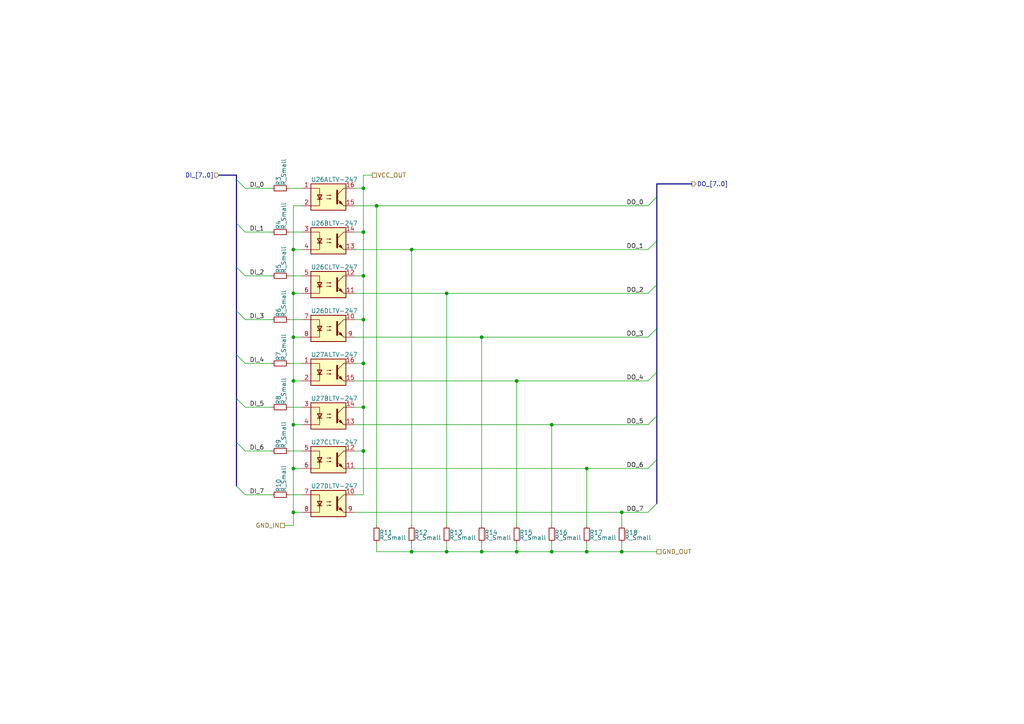
<source format=kicad_sch>
(kicad_sch (version 20211123) (generator eeschema)
  (paper "A4")
  (lib_symbols
    (symbol "Device:R_Small" (pin_numbers hide) (pin_names (offset 0.254) hide)
      (property "Reference" "R" (at 0.762 0.508 0))
      (property "Value" "R_Small" (at 0.762 -1.016 0))
      (symbol "R_Small_0_1"
        (rectangle (start -0.762 1.778) (end 0.762 -1.778) (stroke (width 0.2032)))
      )
      (symbol "R_Small_1_1"
        (pin passive line (at 0 2.54 270) (length 0.762) (name "~") (number "1"))
        (pin passive line (at 0 -2.54 90) (length 0.762) (name "~") (number "2"))
      )
    )
    (symbol "Isolator:LTV-247"
      (property "Reference" "U" (at -5.08 5.08 0))
      (property "Value" "LTV-247" (at 0 5.08 0))
      (symbol "LTV-247_0_1"
        (rectangle (start -5.08 3.81) (end 5.08 -3.81) (stroke (width 0.254)) (fill (type background)))
        (polyline (pts (xy -3.175 -0.635) (xy -1.905 -0.635)) (stroke (width 0.254)))
        (polyline (pts (xy 2.54 0.635) (xy 4.445 2.54)))
        (polyline (pts (xy 4.445 -2.54) (xy 2.54 -0.635)) (fill (type outline)))
        (polyline (pts (xy 4.445 -2.54) (xy 5.08 -2.54)))
        (polyline (pts (xy 4.445 2.54) (xy 5.08 2.54)))
        (polyline (pts (xy -2.54 -0.635) (xy -2.54 -2.54) (xy -5.08 -2.54)))
        (polyline (pts (xy 2.54 1.905) (xy 2.54 -1.905) (xy 2.54 -1.905)) (stroke (width 0.508)))
        (polyline (pts (xy -5.08 2.54) (xy -2.54 2.54) (xy -2.54 -1.27) (xy -2.54 0.635)))
        (polyline (pts (xy -2.54 -0.635) (xy -3.175 0.635) (xy -1.905 0.635) (xy -2.54 -0.635)) (stroke (width 0.254)))
        (polyline (pts (xy -0.508 -0.508) (xy 0.762 -0.508) (xy 0.381 -0.635) (xy 0.381 -0.381) (xy 0.762 -0.508)))
        (polyline (pts (xy -0.508 0.508) (xy 0.762 0.508) (xy 0.381 0.381) (xy 0.381 0.635) (xy 0.762 0.508)))
        (polyline (pts (xy 3.048 -1.651) (xy 3.556 -1.143) (xy 4.064 -2.159) (xy 3.048 -1.651) (xy 3.048 -1.651)) (fill (type outline)))
      )
      (symbol "LTV-247_1_1"
        (pin passive line (at -7.62 2.54 0) (length 2.54) (name "~") (number "1"))
        (pin passive line (at 7.62 -2.54 180) (length 2.54) (name "~") (number "15"))
        (pin passive line (at 7.62 2.54 180) (length 2.54) (name "~") (number "16"))
        (pin passive line (at -7.62 -2.54 0) (length 2.54) (name "~") (number "2"))
      )
      (symbol "LTV-247_2_1"
        (pin passive line (at 7.62 -2.54 180) (length 2.54) (name "~") (number "13"))
        (pin passive line (at 7.62 2.54 180) (length 2.54) (name "~") (number "14"))
        (pin passive line (at -7.62 2.54 0) (length 2.54) (name "~") (number "3"))
        (pin passive line (at -7.62 -2.54 0) (length 2.54) (name "~") (number "4"))
      )
      (symbol "LTV-247_3_1"
        (pin passive line (at 7.62 -2.54 180) (length 2.54) (name "~") (number "11"))
        (pin passive line (at 7.62 2.54 180) (length 2.54) (name "~") (number "12"))
        (pin passive line (at -7.62 2.54 0) (length 2.54) (name "~") (number "5"))
        (pin passive line (at -7.62 -2.54 0) (length 2.54) (name "~") (number "6"))
      )
      (symbol "LTV-247_4_1"
        (pin passive line (at 7.62 2.54 180) (length 2.54) (name "~") (number "10"))
        (pin passive line (at -7.62 2.54 0) (length 2.54) (name "~") (number "7"))
        (pin passive line (at -7.62 -2.54 0) (length 2.54) (name "~") (number "8"))
        (pin passive line (at 7.62 -2.54 180) (length 2.54) (name "~") (number "9"))
      )
    )
  )
  (junction (at 105.41 92.71))
  (junction (at 85.09 135.89))
  (junction (at 105.41 105.41))
  (junction (at 139.7 160.02))
  (junction (at 170.18 135.89))
  (junction (at 105.41 118.11))
  (junction (at 160.02 123.19))
  (junction (at 149.86 110.49))
  (junction (at 119.38 160.02))
  (junction (at 85.09 148.59))
  (junction (at 85.09 97.79))
  (junction (at 180.34 160.02))
  (junction (at 149.86 160.02))
  (junction (at 180.34 148.59))
  (junction (at 105.41 130.81))
  (junction (at 109.22 59.69))
  (junction (at 139.7 97.79))
  (junction (at 160.02 160.02))
  (junction (at 105.41 54.61))
  (junction (at 129.54 85.09))
  (junction (at 105.41 80.01))
  (junction (at 119.38 72.39))
  (junction (at 85.09 123.19))
  (junction (at 85.09 85.09))
  (junction (at 85.09 72.39))
  (junction (at 170.18 160.02))
  (junction (at 129.54 160.02))
  (junction (at 85.09 110.49))
  (junction (at 105.41 67.31))
  (bus_entry (at 68.58 90.17) (size 2.54 2.54))
  (bus_entry (at 68.58 115.57) (size 2.54 2.54))
  (bus_entry (at 68.58 140.97) (size 2.54 2.54))
  (bus_entry (at 190.5 146.05) (size -2.54 2.54))
  (bus_entry (at 68.58 52.07) (size 2.54 2.54))
  (bus_entry (at 68.58 77.47) (size 2.54 2.54))
  (bus_entry (at 190.5 69.85) (size -2.54 2.54))
  (bus_entry (at 190.5 95.25) (size -2.54 2.54))
  (bus_entry (at 190.5 120.65) (size -2.54 2.54))
  (bus_entry (at 190.5 57.15) (size -2.54 2.54))
  (bus_entry (at 68.58 128.27) (size 2.54 2.54))
  (bus_entry (at 68.58 64.77) (size 2.54 2.54))
  (bus_entry (at 68.58 102.87) (size 2.54 2.54))
  (bus_entry (at 190.5 107.95) (size -2.54 2.54))
  (bus_entry (at 190.5 133.35) (size -2.54 2.54))
  (bus_entry (at 190.5 82.55) (size -2.54 2.54))
  (bus (pts (xy 190.5 133.35) (xy 190.5 146.05)))
  (bus (pts (xy 190.5 120.65) (xy 190.5 133.35)))
  (wire (pts (xy 139.7 160.02) (xy 149.86 160.02)))
  (wire (pts (xy 160.02 123.19) (xy 187.96 123.19)))
  (wire (pts (xy 83.82 130.81) (xy 87.63 130.81)))
  (wire (pts (xy 85.09 135.89) (xy 87.63 135.89)))
  (wire (pts (xy 129.54 160.02) (xy 139.7 160.02)))
  (wire (pts (xy 85.09 110.49) (xy 85.09 123.19)))
  (wire (pts (xy 105.41 105.41) (xy 105.41 118.11)))
  (wire (pts (xy 71.12 105.41) (xy 78.74 105.41)))
  (wire (pts (xy 83.82 105.41) (xy 87.63 105.41)))
  (wire (pts (xy 180.34 157.48) (xy 180.34 160.02)))
  (wire (pts (xy 85.09 72.39) (xy 85.09 85.09)))
  (wire (pts (xy 119.38 72.39) (xy 119.38 152.4)))
  (wire (pts (xy 83.82 118.11) (xy 87.63 118.11)))
  (wire (pts (xy 85.09 97.79) (xy 87.63 97.79)))
  (wire (pts (xy 83.82 80.01) (xy 87.63 80.01)))
  (wire (pts (xy 109.22 59.69) (xy 109.22 152.4)))
  (wire (pts (xy 71.12 143.51) (xy 78.74 143.51)))
  (bus (pts (xy 190.5 95.25) (xy 190.5 107.95)))
  (wire (pts (xy 119.38 72.39) (xy 187.96 72.39)))
  (wire (pts (xy 85.09 148.59) (xy 85.09 152.4)))
  (wire (pts (xy 102.87 80.01) (xy 105.41 80.01)))
  (bus (pts (xy 68.58 52.07) (xy 68.58 64.77)))
  (bus (pts (xy 190.5 69.85) (xy 190.5 82.55)))
  (wire (pts (xy 170.18 135.89) (xy 187.96 135.89)))
  (bus (pts (xy 190.5 82.55) (xy 190.5 95.25)))
  (bus (pts (xy 68.58 102.87) (xy 68.58 115.57)))
  (wire (pts (xy 170.18 157.48) (xy 170.18 160.02)))
  (wire (pts (xy 105.41 67.31) (xy 105.41 54.61)))
  (wire (pts (xy 102.87 118.11) (xy 105.41 118.11)))
  (wire (pts (xy 105.41 67.31) (xy 105.41 80.01)))
  (wire (pts (xy 129.54 157.48) (xy 129.54 160.02)))
  (wire (pts (xy 83.82 143.51) (xy 87.63 143.51)))
  (wire (pts (xy 83.82 92.71) (xy 87.63 92.71)))
  (wire (pts (xy 149.86 157.48) (xy 149.86 160.02)))
  (wire (pts (xy 139.7 97.79) (xy 139.7 152.4)))
  (wire (pts (xy 105.41 80.01) (xy 105.41 92.71)))
  (wire (pts (xy 105.41 118.11) (xy 105.41 130.81)))
  (wire (pts (xy 85.09 97.79) (xy 85.09 110.49)))
  (wire (pts (xy 180.34 160.02) (xy 190.5 160.02)))
  (bus (pts (xy 63.5 50.8) (xy 68.58 50.8)))
  (wire (pts (xy 105.41 130.81) (xy 105.41 143.51)))
  (wire (pts (xy 71.12 54.61) (xy 78.74 54.61)))
  (bus (pts (xy 190.5 53.34) (xy 190.5 57.15)))
  (wire (pts (xy 149.86 160.02) (xy 160.02 160.02)))
  (wire (pts (xy 102.87 143.51) (xy 105.41 143.51)))
  (wire (pts (xy 160.02 160.02) (xy 170.18 160.02)))
  (wire (pts (xy 139.7 97.79) (xy 187.96 97.79)))
  (wire (pts (xy 102.87 135.89) (xy 170.18 135.89)))
  (wire (pts (xy 102.87 67.31) (xy 105.41 67.31)))
  (bus (pts (xy 190.5 107.95) (xy 190.5 120.65)))
  (wire (pts (xy 102.87 110.49) (xy 149.86 110.49)))
  (bus (pts (xy 190.5 53.34) (xy 200.66 53.34)))
  (bus (pts (xy 190.5 57.15) (xy 190.5 69.85)))
  (wire (pts (xy 71.12 118.11) (xy 78.74 118.11)))
  (wire (pts (xy 85.09 123.19) (xy 85.09 135.89)))
  (wire (pts (xy 71.12 67.31) (xy 78.74 67.31)))
  (wire (pts (xy 180.34 148.59) (xy 180.34 152.4)))
  (wire (pts (xy 105.41 50.8) (xy 107.95 50.8)))
  (wire (pts (xy 87.63 59.69) (xy 85.09 59.69)))
  (wire (pts (xy 102.87 105.41) (xy 105.41 105.41)))
  (bus (pts (xy 68.58 64.77) (xy 68.58 77.47)))
  (wire (pts (xy 85.09 72.39) (xy 87.63 72.39)))
  (wire (pts (xy 85.09 148.59) (xy 87.63 148.59)))
  (wire (pts (xy 71.12 92.71) (xy 78.74 92.71)))
  (wire (pts (xy 102.87 123.19) (xy 160.02 123.19)))
  (wire (pts (xy 170.18 160.02) (xy 180.34 160.02)))
  (wire (pts (xy 82.55 152.4) (xy 85.09 152.4)))
  (wire (pts (xy 149.86 110.49) (xy 187.96 110.49)))
  (wire (pts (xy 109.22 157.48) (xy 109.22 160.02)))
  (wire (pts (xy 139.7 157.48) (xy 139.7 160.02)))
  (bus (pts (xy 68.58 115.57) (xy 68.58 128.27)))
  (wire (pts (xy 85.09 59.69) (xy 85.09 72.39)))
  (wire (pts (xy 102.87 72.39) (xy 119.38 72.39)))
  (wire (pts (xy 129.54 85.09) (xy 187.96 85.09)))
  (wire (pts (xy 83.82 67.31) (xy 87.63 67.31)))
  (wire (pts (xy 83.82 54.61) (xy 87.63 54.61)))
  (wire (pts (xy 170.18 135.89) (xy 170.18 152.4)))
  (wire (pts (xy 85.09 110.49) (xy 87.63 110.49)))
  (wire (pts (xy 149.86 110.49) (xy 149.86 152.4)))
  (wire (pts (xy 119.38 157.48) (xy 119.38 160.02)))
  (wire (pts (xy 102.87 148.59) (xy 180.34 148.59)))
  (bus (pts (xy 68.58 50.8) (xy 68.58 52.07)))
  (wire (pts (xy 85.09 135.89) (xy 85.09 148.59)))
  (wire (pts (xy 102.87 97.79) (xy 139.7 97.79)))
  (wire (pts (xy 105.41 54.61) (xy 105.41 50.8)))
  (wire (pts (xy 85.09 85.09) (xy 85.09 97.79)))
  (wire (pts (xy 71.12 80.01) (xy 78.74 80.01)))
  (wire (pts (xy 102.87 85.09) (xy 129.54 85.09)))
  (wire (pts (xy 102.87 130.81) (xy 105.41 130.81)))
  (wire (pts (xy 180.34 148.59) (xy 187.96 148.59)))
  (wire (pts (xy 119.38 160.02) (xy 129.54 160.02)))
  (bus (pts (xy 68.58 77.47) (xy 68.58 90.17)))
  (wire (pts (xy 109.22 160.02) (xy 119.38 160.02)))
  (wire (pts (xy 85.09 85.09) (xy 87.63 85.09)))
  (wire (pts (xy 109.22 59.69) (xy 187.96 59.69)))
  (wire (pts (xy 129.54 85.09) (xy 129.54 152.4)))
  (wire (pts (xy 85.09 123.19) (xy 87.63 123.19)))
  (bus (pts (xy 68.58 90.17) (xy 68.58 102.87)))
  (wire (pts (xy 160.02 157.48) (xy 160.02 160.02)))
  (wire (pts (xy 160.02 123.19) (xy 160.02 152.4)))
  (bus (pts (xy 68.58 128.27) (xy 68.58 140.97)))
  (wire (pts (xy 105.41 92.71) (xy 105.41 105.41)))
  (wire (pts (xy 102.87 54.61) (xy 105.41 54.61)))
  (wire (pts (xy 102.87 92.71) (xy 105.41 92.71)))
  (wire (pts (xy 71.12 130.81) (xy 78.74 130.81)))
  (wire (pts (xy 102.87 59.69) (xy 109.22 59.69)))
  (label "DO_7" (at 186.69 148.59 180))
  (label "DO_6" (at 186.69 135.89 180))
  (label "DI_1" (at 72.39 67.31 0))
  (label "DI_4" (at 72.39 105.41 0))
  (label "DO_5" (at 186.69 123.19 180))
  (label "DO_1" (at 186.69 72.39 180))
  (label "DI_5" (at 72.39 118.11 0))
  (label "DI_2" (at 72.39 80.01 0))
  (label "DI_6" (at 72.39 130.81 0))
  (label "DO_4" (at 186.69 110.49 180))
  (label "DI_7" (at 72.39 143.51 0))
  (label "DO_0" (at 186.69 59.69 180))
  (label "DI_3" (at 72.39 92.71 0))
  (label "DI_0" (at 72.39 54.61 0))
  (label "DO_2" (at 186.69 85.09 180))
  (label "DO_3" (at 186.69 97.79 180))
  (hierarchical_label "DI_[7..0]" (shape input) (at 63.5 50.8 180))
  (hierarchical_label "GND_IN" (shape passive) (at 82.55 152.4 180))
  (hierarchical_label "VCC_OUT" (shape passive) (at 107.95 50.8 0))
  (hierarchical_label "DO_[7..0]" (shape output) (at 200.66 53.34 0))
  (hierarchical_label "GND_OUT" (shape passive) (at 190.5 160.02 0))
  (symbol (lib_id "Isolator:LTV-247") (at 95.25 146.05 0) (unit 4)
    (property "Reference" "U27" (at 90.17 140.97 0) (effects (justify left)))
    (property "Value" "LTV-247" (at 95.25 140.97 0) (effects (justify left)))
    (property "Footprint" "Package_SO:SOP-16_4.4x10.4mm_P1.27mm" (effects hide))
    (property "Datasheet" "http://optoelectronics.liteon.com/upload/download/DS70-2009-0014/LTV-2X7%20sereis%20Mar17.PDF" (effects hide))
  )
  (symbol (lib_id "Device:R_Small") (at 81.28 92.71 90) (unit 1)
    (property "Reference" "R6" (at 80.772 91.948 0) (effects (justify left)))
    (property "Value" "R_Small" (at 82.296 91.948 0) (effects (justify left)))
  )
  (symbol (lib_id "Device:R_Small") (at 81.28 54.61 90) (unit 1)
    (property "Reference" "R3" (at 80.772 53.848 0) (effects (justify left)))
    (property "Value" "R_Small" (at 82.296 53.848 0) (effects (justify left)))
  )
  (symbol (lib_id "Device:R_Small") (at 81.28 143.51 90) (unit 1)
    (property "Reference" "R10" (at 80.772 142.748 0) (effects (justify left)))
    (property "Value" "R_Small" (at 82.296 142.748 0) (effects (justify left)))
  )
  (symbol (lib_id "Device:R_Small") (at 170.18 154.94 0) (unit 1)
    (property "Reference" "R17" (at 170.942 154.432 0) (effects (justify left)))
    (property "Value" "R_Small" (at 170.942 155.956 0) (effects (justify left)))
  )
  (symbol (lib_id "Isolator:LTV-247") (at 95.25 133.35 0) (unit 3)
    (property "Reference" "U27" (at 90.17 128.27 0) (effects (justify left)))
    (property "Value" "LTV-247" (at 95.25 128.27 0) (effects (justify left)))
    (property "Footprint" "Package_SO:SOP-16_4.4x10.4mm_P1.27mm" (effects hide))
    (property "Datasheet" "http://optoelectronics.liteon.com/upload/download/DS70-2009-0014/LTV-2X7%20sereis%20Mar17.PDF" (effects hide))
  )
  (symbol (lib_id "Device:R_Small") (at 160.02 154.94 0) (unit 1)
    (property "Reference" "R16" (at 160.782 154.432 0) (effects (justify left)))
    (property "Value" "R_Small" (at 160.782 155.956 0) (effects (justify left)))
  )
  (symbol (lib_id "Isolator:LTV-247") (at 95.25 69.85 0) (unit 2)
    (property "Reference" "U26" (at 90.17 64.77 0) (effects (justify left)))
    (property "Value" "LTV-247" (at 95.25 64.77 0) (effects (justify left)))
    (property "Footprint" "Package_SO:SOP-16_4.4x10.4mm_P1.27mm" (effects hide))
    (property "Datasheet" "http://optoelectronics.liteon.com/upload/download/DS70-2009-0014/LTV-2X7%20sereis%20Mar17.PDF" (effects hide))
  )
  (symbol (lib_id "Device:R_Small") (at 129.54 154.94 0) (unit 1)
    (property "Reference" "R13" (at 130.302 154.432 0) (effects (justify left)))
    (property "Value" "R_Small" (at 130.302 155.956 0) (effects (justify left)))
  )
  (symbol (lib_id "Device:R_Small") (at 139.7 154.94 0) (unit 1)
    (property "Reference" "R14" (at 140.462 154.432 0) (effects (justify left)))
    (property "Value" "R_Small" (at 140.462 155.956 0) (effects (justify left)))
  )
  (symbol (lib_id "Isolator:LTV-247") (at 95.25 57.15 0) (unit 1)
    (property "Reference" "U26" (at 90.17 52.07 0) (effects (justify left)))
    (property "Value" "LTV-247" (at 95.25 52.07 0) (effects (justify left)))
    (property "Footprint" "Package_SO:SOP-16_4.4x10.4mm_P1.27mm" (effects hide))
    (property "Datasheet" "http://optoelectronics.liteon.com/upload/download/DS70-2009-0014/LTV-2X7%20sereis%20Mar17.PDF" (effects hide))
  )
  (symbol (lib_id "Device:R_Small") (at 180.34 154.94 0) (unit 1)
    (property "Reference" "R18" (at 181.102 154.432 0) (effects (justify left)))
    (property "Value" "R_Small" (at 181.102 155.956 0) (effects (justify left)))
  )
  (symbol (lib_id "Device:R_Small") (at 81.28 105.41 90) (unit 1)
    (property "Reference" "R7" (at 80.772 104.648 0) (effects (justify left)))
    (property "Value" "R_Small" (at 82.296 104.648 0) (effects (justify left)))
  )
  (symbol (lib_id "Device:R_Small") (at 119.38 154.94 0) (unit 1)
    (property "Reference" "R12" (at 120.142 154.432 0) (effects (justify left)))
    (property "Value" "R_Small" (at 120.142 155.956 0) (effects (justify left)))
  )
  (symbol (lib_id "Device:R_Small") (at 81.28 80.01 90) (unit 1)
    (property "Reference" "R5" (at 80.772 79.248 0) (effects (justify left)))
    (property "Value" "R_Small" (at 82.296 79.248 0) (effects (justify left)))
  )
  (symbol (lib_id "Isolator:LTV-247") (at 95.25 107.95 0) (unit 1)
    (property "Reference" "U27" (at 90.17 102.87 0) (effects (justify left)))
    (property "Value" "LTV-247" (at 95.25 102.87 0) (effects (justify left)))
    (property "Footprint" "Package_SO:SOP-16_4.4x10.4mm_P1.27mm" (effects hide))
    (property "Datasheet" "http://optoelectronics.liteon.com/upload/download/DS70-2009-0014/LTV-2X7%20sereis%20Mar17.PDF" (effects hide))
  )
  (symbol (lib_id "Device:R_Small") (at 81.28 67.31 90) (unit 1)
    (property "Reference" "R4" (at 80.772 66.548 0) (effects (justify left)))
    (property "Value" "R_Small" (at 82.296 66.548 0) (effects (justify left)))
  )
  (symbol (lib_id "Device:R_Small") (at 81.28 130.81 90) (unit 1)
    (property "Reference" "R9" (at 80.772 130.048 0) (effects (justify left)))
    (property "Value" "R_Small" (at 82.296 130.048 0) (effects (justify left)))
  )
  (symbol (lib_id "Isolator:LTV-247") (at 95.25 82.55 0) (unit 3)
    (property "Reference" "U26" (at 90.17 77.47 0) (effects (justify left)))
    (property "Value" "LTV-247" (at 95.25 77.47 0) (effects (justify left)))
    (property "Footprint" "Package_SO:SOP-16_4.4x10.4mm_P1.27mm" (effects hide))
    (property "Datasheet" "http://optoelectronics.liteon.com/upload/download/DS70-2009-0014/LTV-2X7%20sereis%20Mar17.PDF" (effects hide))
  )
  (symbol (lib_id "Device:R_Small") (at 81.28 118.11 90) (unit 1)
    (property "Reference" "R8" (at 80.772 117.348 0) (effects (justify left)))
    (property "Value" "R_Small" (at 82.296 117.348 0) (effects (justify left)))
  )
  (symbol (lib_id "Isolator:LTV-247") (at 95.25 95.25 0) (unit 4)
    (property "Reference" "U26" (at 90.17 90.17 0) (effects (justify left)))
    (property "Value" "LTV-247" (at 95.25 90.17 0) (effects (justify left)))
    (property "Footprint" "Package_SO:SOP-16_4.4x10.4mm_P1.27mm" (effects hide))
    (property "Datasheet" "http://optoelectronics.liteon.com/upload/download/DS70-2009-0014/LTV-2X7%20sereis%20Mar17.PDF" (effects hide))
  )
  (symbol (lib_id "Isolator:LTV-247") (at 95.25 120.65 0) (unit 2)
    (property "Reference" "U27" (at 90.17 115.57 0) (effects (justify left)))
    (property "Value" "LTV-247" (at 95.25 115.57 0) (effects (justify left)))
    (property "Footprint" "Package_SO:SOP-16_4.4x10.4mm_P1.27mm" (effects hide))
    (property "Datasheet" "http://optoelectronics.liteon.com/upload/download/DS70-2009-0014/LTV-2X7%20sereis%20Mar17.PDF" (effects hide))
  )
  (symbol (lib_id "Device:R_Small") (at 149.86 154.94 0) (unit 1)
    (property "Reference" "R15" (at 150.622 154.432 0) (effects (justify left)))
    (property "Value" "R_Small" (at 150.622 155.956 0) (effects (justify left)))
  )
  (symbol (lib_id "Device:R_Small") (at 109.22 154.94 0) (unit 1)
    (property "Reference" "R11" (at 109.982 154.432 0) (effects (justify left)))
    (property "Value" "R_Small" (at 109.982 155.956 0) (effects (justify left)))
  )
)
</source>
